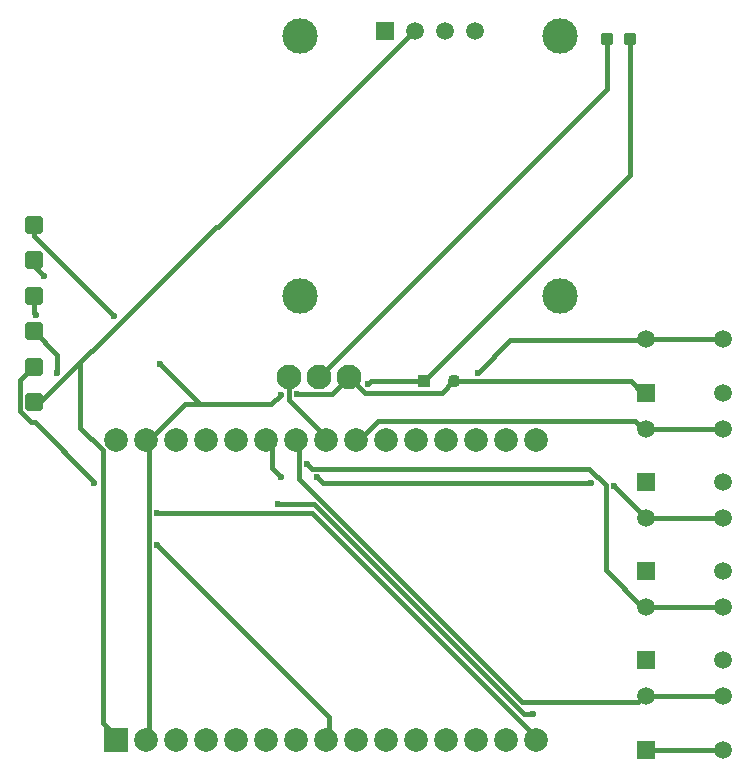
<source format=gbr>
%TF.GenerationSoftware,KiCad,Pcbnew,9.0.6*%
%TF.CreationDate,2025-12-11T14:53:55+06:00*%
%TF.ProjectId,.WAV player,2e574156-2070-46c6-9179-65722e6b6963,rev?*%
%TF.SameCoordinates,Original*%
%TF.FileFunction,Copper,L1,Top*%
%TF.FilePolarity,Positive*%
%FSLAX46Y46*%
G04 Gerber Fmt 4.6, Leading zero omitted, Abs format (unit mm)*
G04 Created by KiCad (PCBNEW 9.0.6) date 2025-12-11 14:53:55*
%MOMM*%
%LPD*%
G01*
G04 APERTURE LIST*
G04 Aperture macros list*
%AMRoundRect*
0 Rectangle with rounded corners*
0 $1 Rounding radius*
0 $2 $3 $4 $5 $6 $7 $8 $9 X,Y pos of 4 corners*
0 Add a 4 corners polygon primitive as box body*
4,1,4,$2,$3,$4,$5,$6,$7,$8,$9,$2,$3,0*
0 Add four circle primitives for the rounded corners*
1,1,$1+$1,$2,$3*
1,1,$1+$1,$4,$5*
1,1,$1+$1,$6,$7*
1,1,$1+$1,$8,$9*
0 Add four rect primitives between the rounded corners*
20,1,$1+$1,$2,$3,$4,$5,0*
20,1,$1+$1,$4,$5,$6,$7,0*
20,1,$1+$1,$6,$7,$8,$9,0*
20,1,$1+$1,$8,$9,$2,$3,0*%
G04 Aperture macros list end*
%TA.AperFunction,ComponentPad*%
%ADD10C,2.100000*%
%TD*%
%TA.AperFunction,ComponentPad*%
%ADD11R,1.508000X1.508000*%
%TD*%
%TA.AperFunction,ComponentPad*%
%ADD12C,1.508000*%
%TD*%
%TA.AperFunction,SMDPad,CuDef*%
%ADD13RoundRect,0.225000X0.525000X-0.525000X0.525000X0.525000X-0.525000X0.525000X-0.525000X-0.525000X0*%
%TD*%
%TA.AperFunction,ComponentPad*%
%ADD14R,2.000000X2.000000*%
%TD*%
%TA.AperFunction,ComponentPad*%
%ADD15C,2.000000*%
%TD*%
%TA.AperFunction,ComponentPad*%
%ADD16C,1.100000*%
%TD*%
%TA.AperFunction,ComponentPad*%
%ADD17R,1.100000X1.100000*%
%TD*%
%TA.AperFunction,ComponentPad*%
%ADD18C,3.000000*%
%TD*%
%TA.AperFunction,SMDPad,CuDef*%
%ADD19RoundRect,0.150000X0.350000X0.350000X-0.350000X0.350000X-0.350000X-0.350000X0.350000X-0.350000X0*%
%TD*%
%TA.AperFunction,ViaPad*%
%ADD20C,0.600000*%
%TD*%
%TA.AperFunction,Conductor*%
%ADD21C,0.400000*%
%TD*%
G04 APERTURE END LIST*
D10*
%TO.P,Q1,1*%
%TO.N,Mosfet_Gate*%
X122174000Y-83820000D03*
%TO.P,Q1,2*%
%TO.N,Net-(U4-ground)*%
X124714000Y-83820000D03*
%TO.P,Q1,3*%
%TO.N,uC_GND*%
X127254000Y-83820000D03*
%TD*%
D11*
%TO.P,S5,1*%
%TO.N,uC_GND*%
X152400000Y-115381000D03*
D12*
%TO.P,S5,2*%
X158900000Y-115381000D03*
%TO.P,S5,3*%
%TO.N,play{slash}pause{slash}save*%
X152400000Y-110881000D03*
%TO.P,S5,4*%
X158900000Y-110881000D03*
%TD*%
D11*
%TO.P,S1,1*%
%TO.N,uC_GND*%
X152400000Y-85149000D03*
D12*
%TO.P,S1,2*%
X158900000Y-85149000D03*
%TO.P,S1,3*%
%TO.N,Volume up*%
X152400000Y-80649000D03*
%TO.P,S1,4*%
X158900000Y-80649000D03*
%TD*%
D13*
%TO.P,U3,1,3v3*%
%TO.N,uC_3v3*%
X100584000Y-85962000D03*
%TO.P,U3,2,CS*%
%TO.N,SD_CS*%
X100584000Y-82962000D03*
%TO.P,U3,3,MOSI*%
%TO.N,SD_MOSI*%
X100584000Y-79962000D03*
%TO.P,U3,4,CLK*%
%TO.N,SD_CLK*%
X100584000Y-76962000D03*
%TO.P,U3,5,MISO*%
%TO.N,SD_MISO*%
X100584000Y-73962000D03*
%TO.P,U3,6,GND*%
%TO.N,uC_GND*%
X100584000Y-70962000D03*
%TD*%
D14*
%TO.P,U1,1,3V3*%
%TO.N,uC_3v3*%
X107568000Y-114592000D03*
D15*
%TO.P,U1,2,GND*%
%TO.N,uC_GND*%
X110108000Y-114592000D03*
%TO.P,U1,3,D15*%
%TO.N,unconnected-(U1-D15-Pad3)*%
X112648000Y-114592000D03*
%TO.P,U1,4,D2*%
%TO.N,unconnected-(U1-D2-Pad4)*%
X115188000Y-114592000D03*
%TO.P,U1,5,D4*%
%TO.N,unconnected-(U1-D4-Pad5)*%
X117728000Y-114592000D03*
%TO.P,U1,6,RX2*%
%TO.N,unconnected-(U1-RX2-Pad6)*%
X120268000Y-114592000D03*
%TO.P,U1,7,TX2*%
%TO.N,unconnected-(U1-TX2-Pad7)*%
X122808000Y-114592000D03*
%TO.P,U1,8,D5*%
%TO.N,SD_CS*%
X125348000Y-114592000D03*
%TO.P,U1,9,D18*%
%TO.N,SD_CLK*%
X127888000Y-114592000D03*
%TO.P,U1,10,D19*%
%TO.N,SD_MISO*%
X130428000Y-114592000D03*
%TO.P,U1,11,D21*%
%TO.N,OLED_SDA*%
X132968000Y-114592000D03*
%TO.P,U1,12,RX0*%
%TO.N,unconnected-(U1-RX0-Pad12)*%
X135508000Y-114592000D03*
%TO.P,U1,13,TX0*%
%TO.N,unconnected-(U1-TX0-Pad13)*%
X138048000Y-114592000D03*
%TO.P,U1,14,D22*%
%TO.N,OLED_SCL*%
X140588000Y-114592000D03*
%TO.P,U1,15,D23*%
%TO.N,SD_MOSI*%
X143128000Y-114592000D03*
%TO.P,U1,16,EN*%
%TO.N,unconnected-(U1-EN-Pad16)*%
X143128000Y-89192000D03*
%TO.P,U1,17,VP*%
%TO.N,unconnected-(U1-VP-Pad17)*%
X140588000Y-89192000D03*
%TO.P,U1,18,VN*%
%TO.N,unconnected-(U1-VN-Pad18)*%
X138048000Y-89192000D03*
%TO.P,U1,19,D34*%
%TO.N,unconnected-(U1-D34-Pad19)*%
X135508000Y-89192000D03*
%TO.P,U1,20,D35*%
%TO.N,unconnected-(U1-D35-Pad20)*%
X132968000Y-89192000D03*
%TO.P,U1,21,D32*%
%TO.N,Volume up*%
X130428000Y-89192000D03*
%TO.P,U1,22,D33*%
%TO.N,Volume down*%
X127888000Y-89192000D03*
%TO.P,U1,23,D25*%
%TO.N,Mosfet_Gate*%
X125348000Y-89192000D03*
%TO.P,U1,24,D26*%
%TO.N,play{slash}pause{slash}save*%
X122808000Y-89192000D03*
%TO.P,U1,25,D27*%
%TO.N,skip 10 secs{slash}next track*%
X120268000Y-89192000D03*
%TO.P,U1,26,D14*%
%TO.N,rewind 10 secs{slash}prev track*%
X117728000Y-89192000D03*
%TO.P,U1,27,D12*%
%TO.N,unconnected-(U1-D12-Pad27)*%
X115188000Y-89192000D03*
%TO.P,U1,28,D13*%
%TO.N,unconnected-(U1-D13-Pad28)*%
X112648000Y-89192000D03*
%TO.P,U1,29,GND*%
%TO.N,uC_GND*%
X110108000Y-89192000D03*
%TO.P,U1,30,VIN*%
%TO.N,uC_VIN*%
X107568000Y-89192000D03*
%TD*%
D11*
%TO.P,S2,1*%
%TO.N,uC_GND*%
X152400000Y-92707000D03*
D12*
%TO.P,S2,2*%
X158900000Y-92707000D03*
%TO.P,S2,3*%
%TO.N,Volume down*%
X152400000Y-88207000D03*
%TO.P,S2,4*%
X158900000Y-88207000D03*
%TD*%
D11*
%TO.P,S4,1*%
%TO.N,uC_GND*%
X152400000Y-107823000D03*
D12*
%TO.P,S4,2*%
X158900000Y-107823000D03*
%TO.P,S4,3*%
%TO.N,rewind 10 secs{slash}prev track*%
X152400000Y-103323000D03*
%TO.P,S4,4*%
X158900000Y-103323000D03*
%TD*%
D11*
%TO.P,S3,1*%
%TO.N,uC_GND*%
X152400000Y-100265000D03*
D12*
%TO.P,S3,2*%
X158900000Y-100265000D03*
%TO.P,S3,3*%
%TO.N,skip 10 secs{slash}next track*%
X152400000Y-95765000D03*
%TO.P,S3,4*%
X158900000Y-95765000D03*
%TD*%
D16*
%TO.P,C1,N*%
%TO.N,uC_GND*%
X136124000Y-84201000D03*
D17*
%TO.P,C1,P*%
%TO.N,uC_VIN*%
X133624000Y-84201000D03*
%TD*%
D11*
%TO.P,U2,1,GND*%
%TO.N,uC_GND*%
X130302000Y-54498500D03*
D12*
%TO.P,U2,2,VCC_IN*%
%TO.N,uC_3v3*%
X132842000Y-54498500D03*
%TO.P,U2,3,SCL*%
%TO.N,OLED_SCL*%
X135382000Y-54498500D03*
%TO.P,U2,4,SDA*%
%TO.N,OLED_SDA*%
X137922000Y-54498500D03*
D18*
%TO.P,U2,S1*%
%TO.N,N/C*%
X123112000Y-54998500D03*
%TO.P,U2,S2*%
X145112000Y-54998500D03*
%TO.P,U2,S3*%
X145112000Y-76998500D03*
%TO.P,U2,S4*%
X123112000Y-76998500D03*
%TD*%
D19*
%TO.P,U4,1,power*%
%TO.N,uC_VIN*%
X151098000Y-55245000D03*
%TO.P,U4,2,ground*%
%TO.N,Net-(U4-ground)*%
X149098000Y-55245000D03*
%TD*%
D20*
%TO.N,uC_GND*%
X111279868Y-82704868D03*
X107407025Y-78705025D03*
X121474000Y-85344000D03*
X122874000Y-85276683D03*
%TO.N,OLED_SDA*%
X121285000Y-94615000D03*
X142875000Y-112395000D03*
%TO.N,SD_CLK*%
X100773000Y-78613000D03*
%TO.N,SD_CS*%
X105664000Y-92837000D03*
X111042000Y-98044000D03*
%TO.N,SD_MOSI*%
X102581025Y-83531025D03*
X111041999Y-95365263D03*
%TO.N,SD_MISO*%
X101473000Y-75311000D03*
%TO.N,uC_VIN*%
X128905000Y-84452000D03*
%TO.N,Volume up*%
X138176000Y-83501000D03*
%TO.N,skip 10 secs{slash}next track*%
X124587000Y-92329000D03*
X149733000Y-93091000D03*
X121539000Y-92329000D03*
X147786309Y-92774001D03*
%TO.N,rewind 10 secs{slash}prev track*%
X123742000Y-91186000D03*
%TD*%
D21*
%TO.N,uC_GND*%
X100584000Y-71882000D02*
X107407025Y-78705025D01*
X100584000Y-70962000D02*
X100584000Y-71882000D01*
X152400000Y-115381000D02*
X158900000Y-115381000D01*
X113383000Y-86113000D02*
X110342000Y-89154000D01*
X127254000Y-83820000D02*
X125797317Y-85276683D01*
X107407025Y-78578025D02*
X107407025Y-78705025D01*
X152400000Y-85149000D02*
X152107000Y-85149000D01*
X135153000Y-85152000D02*
X136104000Y-84201000D01*
X110342000Y-114554000D02*
X110342000Y-89154000D01*
X152107000Y-85149000D02*
X151159000Y-84201000D01*
X136104000Y-84201000D02*
X151159000Y-84201000D01*
X111279868Y-82704868D02*
X114688000Y-86113000D01*
X114688000Y-86113000D02*
X113383000Y-86113000D01*
X127254000Y-83820000D02*
X128586000Y-85152000D01*
X115989000Y-86113000D02*
X114688000Y-86113000D01*
X120705000Y-86113000D02*
X115989000Y-86113000D01*
X121474000Y-85344000D02*
X120705000Y-86113000D01*
X125797317Y-85276683D02*
X122874000Y-85276683D01*
X128586000Y-85152000D02*
X135153000Y-85152000D01*
%TO.N,OLED_SDA*%
X142088230Y-112395000D02*
X124308230Y-94615000D01*
X124308230Y-94615000D02*
X121285000Y-94615000D01*
X142875000Y-112395000D02*
X142088230Y-112395000D01*
%TO.N,SD_CLK*%
X127617000Y-114554000D02*
X128122000Y-114554000D01*
X100584000Y-76962000D02*
X100584000Y-78424000D01*
X100584000Y-78424000D02*
X100773000Y-78613000D01*
%TO.N,SD_CS*%
X111042000Y-98044000D02*
X125582000Y-112584000D01*
X100650131Y-87673000D02*
X105664000Y-92686869D01*
X100584000Y-82962000D02*
X99433000Y-84113000D01*
X100353468Y-87673000D02*
X100650131Y-87673000D01*
X99433000Y-84113000D02*
X99433000Y-86752532D01*
X99433000Y-86752532D02*
X100353468Y-87673000D01*
X105664000Y-92686869D02*
X105664000Y-92837000D01*
X125582000Y-112584000D02*
X125582000Y-114554000D01*
%TO.N,SD_MOSI*%
X124173263Y-95365263D02*
X143362000Y-114554000D01*
X102581025Y-81959025D02*
X102581025Y-83531025D01*
X111041999Y-95365263D02*
X124173263Y-95365263D01*
X100584000Y-79962000D02*
X102581025Y-81959025D01*
%TO.N,SD_MISO*%
X100584000Y-73962000D02*
X100584000Y-74422000D01*
X100076000Y-74247000D02*
X100076000Y-74295000D01*
X100076000Y-74247000D02*
X100409000Y-74247000D01*
X100584000Y-74422000D02*
X101473000Y-75311000D01*
%TO.N,uC_3v3*%
X100855000Y-86247000D02*
X104536500Y-82565500D01*
X116212000Y-71113000D02*
X132842000Y-54483000D01*
X115989000Y-71113000D02*
X116212000Y-71113000D01*
X106401000Y-113153000D02*
X106401000Y-90006314D01*
X106401000Y-113153000D02*
X107802000Y-114554000D01*
X100076000Y-86247000D02*
X100855000Y-86247000D01*
X104536500Y-82565500D02*
X106401000Y-80701000D01*
X115989000Y-71113000D02*
X106401000Y-80701000D01*
X104536500Y-88141814D02*
X104536500Y-82565500D01*
X106401000Y-90006314D02*
X104536500Y-88141814D01*
%TO.N,uC_VIN*%
X151098000Y-66707000D02*
X151098000Y-55245000D01*
X133604000Y-84201000D02*
X151098000Y-66707000D01*
X129156000Y-84201000D02*
X128905000Y-84452000D01*
X133604000Y-84201000D02*
X129156000Y-84201000D01*
%TO.N,Mosfet_Gate*%
X122174000Y-83820000D02*
X122174000Y-85746000D01*
X122174000Y-85746000D02*
X125582000Y-89154000D01*
%TO.N,Net-(U4-ground)*%
X149098000Y-59436000D02*
X149098000Y-55245000D01*
X124714000Y-83820000D02*
X149098000Y-59436000D01*
%TO.N,Volume up*%
X140937000Y-80740000D02*
X138176000Y-83501000D01*
X152400000Y-80649000D02*
X158900000Y-80649000D01*
X152198000Y-80740000D02*
X140937000Y-80740000D01*
%TO.N,Volume down*%
X128122000Y-89154000D02*
X129732000Y-87544000D01*
X152107000Y-88207000D02*
X151444000Y-87544000D01*
X158900000Y-88207000D02*
X152400000Y-88207000D01*
X129732000Y-87544000D02*
X151444000Y-87544000D01*
X152400000Y-88207000D02*
X152107000Y-88207000D01*
%TO.N,skip 10 secs{slash}next track*%
X120777000Y-89429000D02*
X120502000Y-89154000D01*
X121539000Y-92329000D02*
X120777000Y-91567000D01*
X152400000Y-95765000D02*
X158900000Y-95765000D01*
X147786309Y-92774001D02*
X125032001Y-92774001D01*
X152198000Y-95556000D02*
X149733000Y-93091000D01*
X125032001Y-92774001D02*
X124587000Y-92329000D01*
X120777000Y-91567000D02*
X120777000Y-89429000D01*
%TO.N,rewind 10 secs{slash}prev track*%
X124169000Y-91613000D02*
X123742000Y-91186000D01*
X148993000Y-92989328D02*
X147616672Y-91613000D01*
X147616672Y-91613000D02*
X124169000Y-91613000D01*
X148993000Y-100209000D02*
X148993000Y-92989328D01*
X152198000Y-103414000D02*
X148993000Y-100209000D01*
X152400000Y-103323000D02*
X158900000Y-103323000D01*
%TO.N,play{slash}pause{slash}save*%
X152224000Y-110881000D02*
X151726000Y-111379000D01*
X152400000Y-110881000D02*
X152224000Y-110881000D01*
X151726000Y-111379000D02*
X141922172Y-111379000D01*
X141922172Y-111379000D02*
X123042000Y-92498828D01*
X123042000Y-92498828D02*
X123042000Y-89154000D01*
X158900000Y-110881000D02*
X152400000Y-110881000D01*
%TD*%
M02*

</source>
